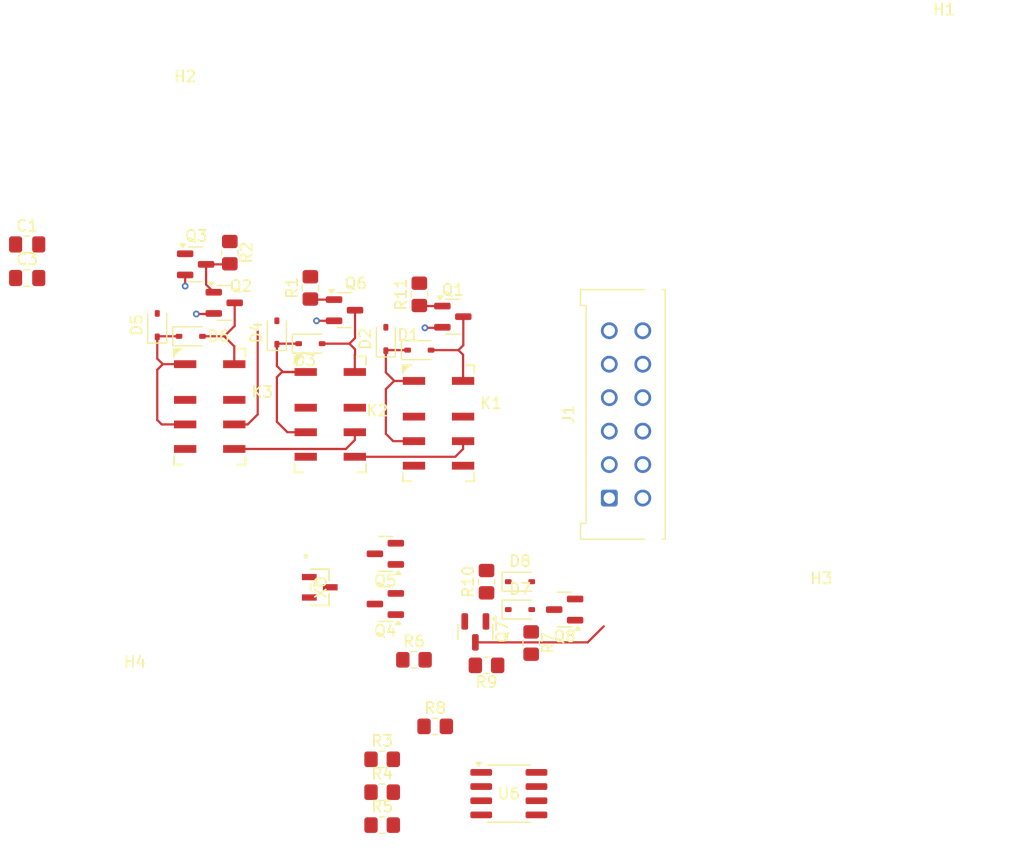
<source format=kicad_pcb>
(kicad_pcb (version 20240108) (generator "pcbnew") (generator_version "8.0")
  (layers (0 "F.Cu" signal) (31 "B.Cu" signal) (34 "B.Paste" user) (35 "F.Paste" user) (36 "B.SilkS" user "B.Silkscreen") (37 "F.SilkS" user "F.Silkscreen") (38 "B.Mask" user) (39 "F.Mask" user) (44 "Edge.Cuts" user))
  (net 0 "")
  (net 1 "Fault")
  (net 2 "GND")
  (net 3 "IMD Fault")
  (net 4 "+12V")
  (net 5 "/BMS_relay_drive")
  (net 6 "LED_clock")
  (net 7 "Net-(U6-DIS)")
  (net 8 "Net-(U6-THR)")
  (net 9 "Net-(MOSFET1-G)")
  (net 10 "Net-(D7-A)")
  (net 11 "Red_LED_Flashing")
  (net 12 "Net-(MOSFET1-D)")
  (net 13 "Green_LED_On")
  (net 14 "Net-(D5-K)")
  (net 15 "Net-(K2-Pad6)")
  (net 16 "SDC 2")
  (net 17 "/Drain_BMS")
  (net 18 "SDC 1")
  (net 19 "Net-(K1-Pad6)")
  (net 20 "/Drain_BSPD")
  (net 21 "Net-(D1-K)")
  (net 22 "Net-(D3-K)")
  (net 23 "/Drain_IMD")
  (net 24 "BSPD Fault")
  (net 25 "BMS Fault")
  (net 26 "Net-(Q4-S)")
  (net 28 "Reset")
  (footprint "Package_TO_SOT_SMD:SOT-23" (layer "F.Cu") (at 99.9375 43.05)
    (property "Reference" "Q3" (at 0.0625 -2.55 0) (layer "F.SilkS"))
    (property "Value" "DMN2056U" (hide yes))
    (fp_line (start 0 -1.56) (end -0.65 -1.56) (stroke (width 0.12)) (layer "F.SilkS"))
    (fp_line (start 0 -1.56) (end 0.65 -1.56) (stroke (width 0.12)) (layer "F.SilkS"))
    (fp_line (start 0 1.56) (end -0.65 1.56) (stroke (width 0.12)) (layer "F.SilkS"))
    (fp_line (start 0 1.56) (end 0.65 1.56) (stroke (width 0.12)) (layer "F.SilkS"))
    (fp_poly (pts (xy -1.1625 -1.51) (xy -1.4025 -1.84) (xy -0.9225 -1.84) (xy -1.1625 -1.51)) (stroke (width 0.12)) (fill solid) (layer "F.SilkS"))
    (pad "1" smd roundrect (at -0.9375 -0.95) (size 1.475 0.6) (layers "F.Cu" "F.Paste" "F.Mask") (net 25 "BMS Fault"))
    (pad "2" smd roundrect (at -0.9375 0.95) (size 1.475 0.6) (layers "F.Cu" "F.Paste" "F.Mask") (net 2 "GND"))
    (pad "3" smd roundrect (at 0.9375 0) (size 1.475 0.6) (layers "F.Cu" "F.Paste" "F.Mask") (net 5 "/BMS_relay_drive"))
  )
  (footprint "Package_TO_SOT_SMD:SOT-23" (layer "F.Cu") (at 113.280974 47.160087)
    (property "Reference" "Q6" (at 1 -2.4 0) (layer "F.SilkS"))
    (property "Value" "DMN2056U")
    (fp_line (start 0 -1.56) (end -0.65 -1.56) (stroke (width 0.12)) (layer "F.SilkS"))
    (fp_line (start 0 -1.56) (end 0.65 -1.56) (stroke (width 0.12)) (layer "F.SilkS"))
    (fp_line (start 0 1.56) (end -0.65 1.56) (stroke (width 0.12)) (layer "F.SilkS"))
    (fp_line (start 0 1.56) (end 0.65 1.56) (stroke (width 0.12)) (layer "F.SilkS"))
    (fp_poly (pts (xy -1.1625 -1.51) (xy -1.4025 -1.84) (xy -0.9225 -1.84) (xy -1.1625 -1.51)) (stroke (width 0.12)) (fill solid) (layer "F.SilkS"))
    (pad "1" smd roundrect (at -0.9375 -0.95) (size 1.475 0.6) (layers "F.Cu" "F.Paste" "F.Mask") (net 3 "IMD Fault"))
    (pad "2" smd roundrect (at -0.9375 0.95) (size 1.475 0.6) (layers "F.Cu" "F.Paste" "F.Mask") (net 2 "GND"))
    (pad "3" smd roundrect (at 0.9375 0) (size 1.475 0.6) (layers "F.Cu" "F.Paste" "F.Mask") (net 23 "/Drain_IMD"))
  )
  (footprint "Resistor_SMD:R_0805_2012Metric_Pad1.20x1.40mm_HandSolder" (layer "F.Cu") (at 103 42 90)
    (property "Reference" "R2" (at 0 1.5 90) (layer "F.SilkS"))
    (property "Value" "10k")
    (fp_line (start -0.227064 -0.735) (end 0.227064 -0.735) (stroke (width 0.12)) (layer "F.SilkS"))
    (fp_line (start -0.227064 0.735) (end 0.227064 0.735) (stroke (width 0.12)) (layer "F.SilkS"))
    (pad "1" smd roundrect (at -1 0 90) (size 1.2 1.4) (layers "F.Cu" "F.Paste" "F.Mask") (roundrect_rratio 0.208333) (net 5 "/BMS_relay_drive"))
    (pad "2" smd roundrect (at 1 0 90) (size 1.2 1.4) (layers "F.Cu" "F.Paste" "F.Mask") (roundrect_rratio 0.208333) (net 4 "+12V"))
  )
  (footprint "footprints:SOT23_DIO" (layer "F.Cu") (at 111.0602 72 -90)
    (property "Reference" "QX" (at 0 0 -90) (layer "F.SilkS"))
    (property "Value" "DMP2035U-7")
    (fp_line (start -0.302859 0.8255) (end 0.302859 0.8255) (stroke (width 0.1524)) (layer "F.SilkS"))
    (fp_line (start 1.6256 0.8255) (end 1.6256 -0.8255) (stroke (width 0.1524)) (layer "F.SilkS"))
    (fp_line (start -1.6256 -0.8255) (end -1.6256 0.8255) (stroke (width 0.1524)) (layer "F.SilkS"))
    (fp_line (start -0.61214 -0.8255) (end -1.6256 -0.8255) (stroke (width 0.1524)) (layer "F.SilkS"))
    (fp_line (start 1.6256 -0.8255) (end 0.61214 -0.8255) (stroke (width 0.1524)) (layer "F.SilkS"))
    (fp_circle (center -2.7686 1.2446) (end -2.6416 1.2446) (stroke (width 0.1524)) (fill none) (layer "F.SilkS"))
    (pad "1" smd rect (at -0.914999 0.9398 270) (size 0.5588 1.3208) (layers "F.Cu" "F.Paste" "F.Mask") (net 9 "Net-(MOSFET1-G)"))
    (pad "2" smd rect (at 0.914999 0.9398 270) (size 0.5588 1.3208) (layers "F.Cu" "F.Paste" "F.Mask") (net 4 "+12V"))
    (pad "3" smd rect (at 0 -0.9398 270) (size 0.5588 1.3208) (layers "F.Cu" "F.Paste" "F.Mask") (net 12 "Net-(MOSFET1-D)"))
  )
  (footprint "Resistor_SMD:R_0805_2012Metric_Pad1.20x1.40mm_HandSolder" (layer "F.Cu") (at 126 71.5 90)
    (property "Reference" "R10" (at 0 -1.65 90) (layer "F.SilkS"))
    (property "Value" "10k")
    (fp_line (start -0.227064 -0.735) (end 0.227064 -0.735) (stroke (width 0.12)) (layer "F.SilkS"))
    (fp_line (start -0.227064 0.735) (end 0.227064 0.735) (stroke (width 0.12)) (layer "F.SilkS"))
    (pad "1" smd roundrect (at -1 0 90) (size 1.2 1.4) (layers "F.Cu" "F.Paste" "F.Mask") (roundrect_rratio 0.208333) (net 1 "Fault"))
    (pad "2" smd roundrect (at 1 0 90) (size 1.2 1.4) (layers "F.Cu" "F.Paste" "F.Mask") (roundrect_rratio 0.208333) (net 2 "GND"))
  )
  (footprint "Resistor_SMD:R_0805_2012Metric_Pad1.20x1.40mm_HandSolder" (layer "F.Cu") (at 130 77 90)
    (property "Reference" "R7" (at 0 1.5 90) (layer "F.SilkS"))
    (property "Value" "10k")
    (fp_line (start -0.227064 -0.735) (end 0.227064 -0.735) (stroke (width 0.12)) (layer "F.SilkS"))
    (fp_line (start -0.227064 0.735) (end 0.227064 0.735) (stroke (width 0.12)) (layer "F.SilkS"))
    (pad "1" smd roundrect (at -1 0 90) (size 1.2 1.4) (layers "F.Cu" "F.Paste" "F.Mask") (roundrect_rratio 0.208333) (net 4 "+12V"))
    (pad "2" smd roundrect (at 1 0 90) (size 1.2 1.4) (layers "F.Cu" "F.Paste" "F.Mask") (roundrect_rratio 0.208333) (net 10 "Net-(D7-A)"))
  )
  (footprint "Package_TO_SOT_SMD:SOT-23" (layer "F.Cu") (at 116.9375 73.5 180)
    (property "Reference" "Q4" (at 0 -2.4 360) (layer "F.SilkS"))
    (property "Value" "DMN2056U")
    (fp_line (start 0 1.56) (end 0.65 1.56) (stroke (width 0.12)) (layer "F.SilkS"))
    (fp_line (start 0 1.56) (end -0.65 1.56) (stroke (width 0.12)) (layer "F.SilkS"))
    (fp_line (start 0 -1.56) (end 0.65 -1.56) (stroke (width 0.12)) (layer "F.SilkS"))
    (fp_line (start 0 -1.56) (end -0.65 -1.56) (stroke (width 0.12)) (layer "F.SilkS"))
    (fp_poly (pts (xy -1.1625 -1.51) (xy -1.4025 -1.84) (xy -0.9225 -1.84) (xy -1.1625 -1.51)) (stroke (width 0.12)) (fill solid) (layer "F.SilkS"))
    (pad "1" smd roundrect (at -0.9375 -0.95 180) (size 1.475 0.6) (layers "F.Cu" "F.Paste" "F.Mask") (net 1 "Fault"))
    (pad "2" smd roundrect (at -0.9375 0.95 180) (size 1.475 0.6) (layers "F.Cu" "F.Paste" "F.Mask") (net 26 "Net-(Q4-S)"))
    (pad "3" smd roundrect (at 0.9375 0 180) (size 1.475 0.6) (layers "F.Cu" "F.Paste" "F.Mask") (net 9 "Net-(MOSFET1-G)"))
  )
  (footprint "Capacitor_SMD:C_0805_2012Metric_Pad1.18x1.45mm_HandSolder" (layer "F.Cu") (at 84.845 41.265)
    (property "Reference" "C1" (at 0 -1.68 0) (layer "F.SilkS"))
    (property "Value" "1uF")
    (fp_line (start -0.261252 -0.735) (end 0.261252 -0.735) (stroke (width 0.12)) (layer "F.SilkS"))
    (fp_line (start -0.261252 0.735) (end 0.261252 0.735) (stroke (width 0.12)) (layer "F.SilkS"))
    (pad "1" smd roundrect (at -1.0375 0) (size 1.175 1.45) (layers "F.Cu" "F.Paste" "F.Mask") (roundrect_rratio 0.212766) (net 4 "+12V"))
    (pad "2" smd roundrect (at 1.0375 0) (size 1.175 1.45) (layers "F.Cu" "F.Paste" "F.Mask") (roundrect_rratio 0.212766) (net 2 "GND"))
  )
  (footprint "Package_TO_SOT_SMD:SOT-23" (layer "F.Cu") (at 133 74 180)
    (property "Reference" "Q8" (at 0 -2.4 360) (layer "F.SilkS"))
    (property "Value" "DMN2056U" (hide yes))
    (fp_line (start 0 1.56) (end 0.65 1.56) (stroke (width 0.12)) (layer "F.SilkS"))
    (fp_line (start 0 1.56) (end -0.65 1.56) (stroke (width 0.12)) (layer "F.SilkS"))
    (fp_line (start 0 -1.56) (end 0.65 -1.56) (stroke (width 0.12)) (layer "F.SilkS"))
    (fp_line (start 0 -1.56) (end -0.65 -1.56) (stroke (width 0.12)) (layer "F.SilkS"))
    (fp_poly (pts (xy -1.1625 -1.51) (xy -1.4025 -1.84) (xy -0.9225 -1.84) (xy -1.1625 -1.51)) (stroke (width 0.12)) (fill solid) (layer "F.SilkS"))
    (pad "1" smd roundrect (at -0.9375 -0.95 180) (size 1.475 0.6) (layers "F.Cu" "F.Paste" "F.Mask") (net 3 "IMD Fault"))
    (pad "2" smd roundrect (at -0.9375 0.95 180) (size 1.475 0.6) (layers "F.Cu" "F.Paste" "F.Mask") (net 2 "GND"))
    (pad "3" smd roundrect (at 0.9375 0 180) (size 1.475 0.6) (layers "F.Cu" "F.Paste" "F.Mask") (net 10 "Net-(D7-A)"))
  )
  (footprint "Resistor_SMD:R_0805_2012Metric_Pad1.20x1.40mm_HandSolder" (layer "F.Cu") (at 121.4 84.47)
    (property "Reference" "R8" (at 0 -1.65 0) (layer "F.SilkS"))
    (property "Value" "10k")
    (fp_line (start -0.227064 -0.735) (end 0.227064 -0.735) (stroke (width 0.12)) (layer "F.SilkS"))
    (fp_line (start -0.227064 0.735) (end 0.227064 0.735) (stroke (width 0.12)) (layer "F.SilkS"))
    (pad "1" smd roundrect (at -1 0) (size 1.2 1.4) (layers "F.Cu" "F.Paste" "F.Mask") (roundrect_rratio 0.208333) (net 12 "Net-(MOSFET1-D)"))
    (pad "2" smd roundrect (at 1 0) (size 1.2 1.4) (layers "F.Cu" "F.Paste" "F.Mask") (roundrect_rratio 0.208333) (net 11 "Red_LED_Flashing"))
  )
  (footprint "Relay_SMD:Relay_DPDT_AXICOM_IMSeries_JLeg" (layer "F.Cu") (at 101.2 55.8)
    (property "Reference" "K3" (at 4.7 -1.3 0) (layer "F.SilkS"))
    (property "Value" "1462043-4")
    (fp_line (start -3.2 -5.2) (end -3.2 -4.45) (stroke (width 0.15)) (layer "F.SilkS"))
    (fp_line (start -3.2 4.45) (end -3.2 5.2) (stroke (width 0.15)) (layer "F.SilkS"))
    (fp_line (start -3.2 5.2) (end -2.45 5.2) (stroke (width 0.15)) (layer "F.SilkS"))
    (fp_line (start -3.05 -5.2) (end -3.2 -5.05) (stroke (width 0.15)) (layer "F.SilkS"))
    (fp_line (start -2.9 -5.2) (end -3.2 -4.9) (stroke (width 0.15)) (layer "F.SilkS"))
    (fp_line (start -2.75 -5.2) (end -3.2 -4.75) (stroke (width 0.15)) (layer "F.SilkS"))
    (fp_line (start -2.6 -5.2) (end -3.2 -4.6) (stroke (width 0.15)) (layer "F.SilkS"))
    (fp_line (start -2.45 -5.2) (end -3.2 -5.2) (stroke (width 0.15)) (layer "F.SilkS"))
    (fp_line (start 2.45 -5.2) (end 3.2 -5.2) (stroke (width 0.15)) (layer "F.SilkS"))
    (fp_line (start 2.45 5.2) (end 3.2 5.2) (stroke (width 0.15)) (layer "F.SilkS"))
    (fp_line (start 3.2 -5.2) (end 3.2 -4.45) (stroke (width 0.15)) (layer "F.SilkS"))
    (fp_line (start 3.2 4.45) (end 3.2 5.2) (stroke (width 0.15)) (layer "F.SilkS"))
    (pad "1" smd rect (at -2.2 -3.8) (size 2 0.7) (layers "F.Cu" "F.Paste" "F.Mask") (net 14 "Net-(D5-K)"))
    (pad "2" smd rect (at -2.2 -0.6) (size 2 0.7) (layers "F.Cu" "F.Paste" "F.Mask"))
    (pad "3" smd rect (at -2.2 1.6) (size 2 0.7) (layers "F.Cu" "F.Paste" "F.Mask") (net 14 "Net-(D5-K)"))
    (pad "4" smd rect (at -2.2 3.8) (size 2 0.7) (layers "F.Cu" "F.Paste" "F.Mask") (net 4 "+12V"))
    (pad "5" smd rect (at 2.2 3.8) (size 2 0.7) (layers "F.Cu" "F.Paste" "F.Mask") (net 15 "Net-(K2-Pad6)"))
    (pad "6" smd rect (at 2.2 1.6) (size 2 0.7) (layers "F.Cu" "F.Paste" "F.Mask") (net 16 "SDC 2"))
    (pad "7" smd rect (at 2.2 -0.6) (size 2 0.7) (layers "F.Cu" "F.Paste" "F.Mask"))
    (pad "8" smd rect (at 2.2 -3.8) (size 2 0.7) (layers "F.Cu" "F.Paste" "F.Mask") (net 17 "/Drain_BMS"))
  )
  (footprint "Diode_SMD:D_SOD-323" (layer "F.Cu") (at 129 74)
    (property "Reference" "D7" (at 0 -1.85 0) (layer "F.SilkS"))
    (property "Value" "1N4148WX-TP" (hide yes))
    (fp_line (start -1.61 -0.85) (end -1.61 0.85) (stroke (width 0.12)) (layer "F.SilkS"))
    (fp_line (start -1.61 -0.85) (end 1.05 -0.85) (stroke (width 0.12)) (layer "F.SilkS"))
    (fp_line (start -1.61 0.85) (end 1.05 0.85) (stroke (width 0.12)) (layer "F.SilkS"))
    (pad "1" smd roundrect (at -1.05 0) (size 0.6 0.45) (layers "F.Cu" "F.Paste" "F.Mask") (net 1 "Fault"))
    (pad "2" smd roundrect (at 1.05 0) (size 0.6 0.45) (layers "F.Cu" "F.Paste" "F.Mask") (net 10 "Net-(D7-A)"))
  )
  (footprint "Diode_SMD:D_SOD-323" (layer "F.Cu") (at 110.218474 50.160087)
    (property "Reference" "D3" (at -0.460087 1.5 360) (layer "F.SilkS"))
    (property "Value" "1N4148WX-TP" (hide yes))
    (fp_line (start -1.61 -0.85) (end -1.61 0.85) (stroke (width 0.12)) (layer "F.SilkS"))
    (fp_line (start -1.61 -0.85) (end 1.05 -0.85) (stroke (width 0.12)) (layer "F.SilkS"))
    (fp_line (start -1.61 0.85) (end 1.05 0.85) (stroke (width 0.12)) (layer "F.SilkS"))
    (pad "1" smd roundrect (at -1.05 0) (size 0.6 0.45) (layers "F.Cu" "F.Paste" "F.Mask") (net 22 "Net-(D3-K)"))
    (pad "2" smd roundrect (at 1.05 0) (size 0.6 0.45) (layers "F.Cu" "F.Paste" "F.Mask") (net 23 "/Drain_IMD"))
  )
  (footprint "Resistor_SMD:R_0805_2012Metric_Pad1.20x1.40mm_HandSolder" (layer "F.Cu") (at 116.65 93.32)
    (property "Reference" "R5" (at 0 -1.65 0) (layer "F.SilkS"))
    (property "Value" "100")
    (fp_line (start -0.227064 -0.735) (end 0.227064 -0.735) (stroke (width 0.12)) (layer "F.SilkS"))
    (fp_line (start -0.227064 0.735) (end 0.227064 0.735) (stroke (width 0.12)) (layer "F.SilkS"))
    (pad "1" smd roundrect (at -1 0) (size 1.2 1.4) (layers "F.Cu" "F.Paste" "F.Mask") (roundrect_rratio 0.208333) (net 4 "+12V"))
    (pad "2" smd roundrect (at 1 0) (size 1.2 1.4) (layers "F.Cu" "F.Paste" "F.Mask") (roundrect_rratio 0.208333) (net 7 "Net-(U6-DIS)"))
  )
  (footprint "Package_SO:SOIC-8_3.9x4.9mm_P1.27mm" (layer "F.Cu") (at 128 90.5)
    (property "Reference" "U6" (at 0 0 0) (layer "F.SilkS"))
    (property "Value" "NE555D")
    (fp_line (start 0 -2.56) (end -1.95 -2.56) (stroke (width 0.12)) (layer "F.SilkS"))
    (fp_line (start 0 -2.56) (end 1.95 -2.56) (stroke (width 0.12)) (layer "F.SilkS"))
    (fp_line (start 0 2.56) (end -1.95 2.56) (stroke (width 0.12)) (layer "F.SilkS"))
    (fp_line (start 0 2.56) (end 1.95 2.56) (stroke (width 0.12)) (layer "F.SilkS"))
    (fp_poly (pts (xy -2.7 -2.465) (xy -2.94 -2.795) (xy -2.46 -2.795) (xy -2.7 -2.465)) (stroke (width 0.12)) (fill solid) (layer "F.SilkS"))
    (pad "1" smd roundrect (at -2.475 -1.905) (size 1.95 0.6) (layers "F.Cu" "F.Paste" "F.Mask") (net 2 "GND"))
    (pad "2" smd roundrect (at -2.475 -0.635) (size 1.95 0.6) (layers "F.Cu" "F.Paste" "F.Mask") (net 8 "Net-(U6-THR)"))
    (pad "3" smd roundrect (at -2.475 0.635) (size 1.95 0.6) (layers "F.Cu" "F.Paste" "F.Mask") (net 6 "LED_clock"))
    (pad "4" smd roundrect (at -2.475 1.905) (size 1.95 0.6) (layers "F.Cu" "F.Paste" "F.Mask") (net 4 "+12V"))
    (pad "5" smd roundrect (at 2.475 1.905) (size 1.95 0.6) (layers "F.Cu" "F.Paste" "F.Mask"))
    (pad "6" smd roundrect (at 2.475 0.635) (size 1.95 0.6) (layers "F.Cu" "F.Paste" "F.Mask") (net 8 "Net-(U6-THR)"))
    (pad "7" smd roundrect (at 2.475 -0.635) (size 1.95 0.6) (layers "F.Cu" "F.Paste" "F.Mask") (net 7 "Net-(U6-DIS)"))
    (pad "8" smd roundrect (at 2.475 -1.905) (size 1.95 0.6) (layers "F.Cu" "F.Paste" "F.Mask") (net 4 "+12V"))
  )
  (footprint "Resistor_SMD:R_0805_2012Metric_Pad1.20x1.40mm_HandSolder" (layer "F.Cu") (at 116.65 90.37)
    (property "Reference" "R4" (at 0 -1.65 0) (layer "F.SilkS"))
    (property "Value" "4.3k")
    (fp_line (start -0.227064 -0.735) (end 0.227064 -0.735) (stroke (width 0.12)) (layer "F.SilkS"))
    (fp_line (start -0.227064 0.735) (end 0.227064 0.735) (stroke (width 0.12)) (layer "F.SilkS"))
    (pad "1" smd roundrect (at -1 0) (size 1.2 1.4) (layers "F.Cu" "F.Paste" "F.Mask") (roundrect_rratio 0.208333) (net 7 "Net-(U6-DIS)"))
    (pad "2" smd roundrect (at 1 0) (size 1.2 1.4) (layers "F.Cu" "F.Paste" "F.Mask") (roundrect_rratio 0.208333) (net 8 "Net-(U6-THR)"))
  )
  (footprint "Package_TO_SOT_SMD:SOT-23" (layer "F.Cu") (at 116.9375 69 180)
    (property "Reference" "Q5" (at 0 -2.4 360) (layer "F.SilkS"))
    (property "Value" "DMN2056U")
    (fp_line (start 0 1.56) (end 0.65 1.56) (stroke (width 0.12)) (layer "F.SilkS"))
    (fp_line (start 0 1.56) (end -0.65 1.56) (stroke (width 0.12)) (layer "F.SilkS"))
    (fp_line (start 0 -1.56) (end 0.65 -1.56) (stroke (width 0.12)) (layer "F.SilkS"))
    (fp_line (start 0 -1.56) (end -0.65 -1.56) (stroke (width 0.12)) (layer "F.SilkS"))
    (fp_poly (pts (xy -1.1625 -1.51) (xy -1.4025 -1.84) (xy -0.9225 -1.84) (xy -1.1625 -1.51)) (stroke (width 0.12)) (fill solid) (layer "F.SilkS"))
    (pad "1" smd roundrect (at -0.9375 -0.95 180) (size 1.475 0.6) (layers "F.Cu" "F.Paste" "F.Mask") (net 6 "LED_clock"))
    (pad "2" smd roundrect (at -0.9375 0.95 180) (size 1.475 0.6) (layers "F.Cu" "F.Paste" "F.Mask") (net 2 "GND"))
    (pad "3" smd roundrect (at 0.9375 0 180) (size 1.475 0.6) (layers "F.Cu" "F.Paste" "F.Mask") (net 26 "Net-(Q4-S)"))
  )
  (footprint "Diode_SMD:D_SOD-323" (layer "F.Cu") (at 96.5 48.5 90)
    (property "Reference" "D5" (at 0 -1.85 90) (layer "F.SilkS"))
    (property "Value" "1N4148WX-TP" (hide yes))
    (fp_line (start -1.61 -0.85) (end 1.05 -0.85) (stroke (width 0.12)) (layer "F.SilkS"))
    (fp_line (start -1.61 -0.85) (end -1.61 0.85) (stroke (width 0.12)) (layer "F.SilkS"))
    (fp_line (start -1.61 0.85) (end 1.05 0.85) (stroke (width 0.12)) (layer "F.SilkS"))
    (pad "1" smd roundrect (at -1.05 0 90) (size 0.6 0.45) (layers "F.Cu" "F.Paste" "F.Mask") (net 14 "Net-(D5-K)"))
    (pad "2" smd roundrect (at 1.05 0 90) (size 0.6 0.45) (layers "F.Cu" "F.Paste" "F.Mask") (net 28 "Reset"))
  )
  (footprint "Resistor_SMD:R_0805_2012Metric_Pad1.20x1.40mm_HandSolder" (layer "F.Cu") (at 119.5 78.5)
    (property "Reference" "R6" (at 0 -1.65 0) (layer "F.SilkS"))
    (property "Value" "10k")
    (fp_line (start -0.227064 -0.735) (end 0.227064 -0.735) (stroke (width 0.12)) (layer "F.SilkS"))
    (fp_line (start -0.227064 0.735) (end 0.227064 0.735) (stroke (width 0.12)) (layer "F.SilkS"))
    (pad "1" smd roundrect (at -1 0) (size 1.2 1.4) (layers "F.Cu" "F.Paste" "F.Mask") (roundrect_rratio 0.208333) (net 4 "+12V"))
    (pad "2" smd roundrect (at 1 0) (size 1.2 1.4) (layers "F.Cu" "F.Paste" "F.Mask") (roundrect_rratio 0.208333) (net 9 "Net-(MOSFET1-G)"))
  )
  (footprint "Resistor_SMD:R_0805_2012Metric_Pad1.20x1.40mm_HandSolder" (layer "F.Cu") (at 110.218474 45.160087 90)
    (property "Reference" "R1" (at 0 -1.65 90) (layer "F.SilkS"))
    (property "Value" "10k")
    (fp_line (start -0.227064 -0.735) (end 0.227064 -0.735) (stroke (width 0.12)) (layer "F.SilkS"))
    (fp_line (start -0.227064 0.735) (end 0.227064 0.735) (stroke (width 0.12)) (layer "F.SilkS"))
    (pad "1" smd roundrect (at -1 0 90) (size 1.2 1.4) (layers "F.Cu" "F.Paste" "F.Mask") (roundrect_rratio 0.208333) (net 3 "IMD Fault"))
    (pad "2" smd roundrect (at 1 0 90) (size 1.2 1.4) (layers "F.Cu" "F.Paste" "F.Mask") (roundrect_rratio 0.208333) (net 4 "+12V"))
  )
  (footprint "Diode_SMD:D_SOD-323" (layer "F.Cu") (at 119.981526 50.739913)
    (property "Reference" "D1" (at -1 -1.35 360) (layer "F.SilkS"))
    (property "Value" "1N4148WX-TP" (hide yes))
    (fp_line (start -1.61 -0.85) (end -1.61 0.85) (stroke (width 0.12)) (layer "F.SilkS"))
    (fp_line (start -1.61 -0.85) (end 1.05 -0.85) (stroke (width 0.12)) (layer "F.SilkS"))
    (fp_line (start -1.61 0.85) (end 1.05 0.85) (stroke (width 0.12)) (layer "F.SilkS"))
    (pad "1" smd roundrect (at -1.05 0) (size 0.6 0.45) (layers "F.Cu" "F.Paste" "F.Mask") (net 21 "Net-(D1-K)"))
    (pad "2" smd roundrect (at 1.05 0) (size 0.6 0.45) (layers "F.Cu" "F.Paste" "F.Mask") (net 20 "/Drain_BSPD"))
  )
  (footprint "Diode_SMD:D_SOD-323" (layer "F.Cu") (at 107.218474 49.160087 90)
    (property "Reference" "D4" (at 0 -1.85 90) (layer "F.SilkS"))
    (property "Value" "1N4148WX-TP" (hide yes))
    (fp_line (start -1.61 -0.85) (end 1.05 -0.85) (stroke (width 0.12)) (layer "F.SilkS"))
    (fp_line (start -1.61 -0.85) (end -1.61 0.85) (stroke (width 0.12)) (layer "F.SilkS"))
    (fp_line (start -1.61 0.85) (end 1.05 0.85) (stroke (width 0.12)) (layer "F.SilkS"))
    (pad "1" smd roundrect (at -1.05 0 90) (size 0.6 0.45) (layers "F.Cu" "F.Paste" "F.Mask") (net 22 "Net-(D3-K)"))
    (pad "2" smd roundrect (at 1.05 0 90) (size 0.6 0.45) (layers "F.Cu" "F.Paste" "F.Mask") (net 28 "Reset"))
  )
  (footprint "MountingHole:MountingHole_4.3mm_M4" (layer "F.Cu") (at 99 31.5)
    (property "Reference" "H2" (at 0 -5.3 0) (layer "F.SilkS"))
    (property "Value" "MountingHole")
    (pad "" np_thru_hole circle (at 0 0) (size 4.3 4.3) (drill 4.3) (layers "*.Cu" "*.Mask"))
  )
  (footprint "Resistor_SMD:R_0805_2012Metric_Pad1.20x1.40mm_HandSolder" (layer "F.Cu") (at 116.65 87.42)
    (property "Reference" "R3" (at 0 -1.65 0) (layer "F.SilkS"))
    (property "Value" "10k")
    (fp_line (start -0.227064 -0.735) (end 0.227064 -0.735) (stroke (width 0.12)) (layer "F.SilkS"))
    (fp_line (start -0.227064 0.735) (end 0.227064 0.735) (stroke (width 0.12)) (layer "F.SilkS"))
    (pad "1" smd roundrect (at -1 0) (size 1.2 1.4) (layers "F.Cu" "F.Paste" "F.Mask") (roundrect_rratio 0.208333) (net 6 "LED_clock"))
    (pad "2" smd roundrect (at 1 0) (size 1.2 1.4) (layers "F.Cu" "F.Paste" "F.Mask") (roundrect_rratio 0.208333) (net 4 "+12V"))
  )
  (footprint "Diode_SMD:D_SOD-323" (layer "F.Cu") (at 116.981526 49.739913 90)
    (property "Reference" "D2" (at 0 -1.85 90) (layer "F.SilkS"))
    (property "Value" "1N4148WX-TP")
    (fp_line (start -1.61 -0.85) (end 1.05 -0.85) (stroke (width 0.12)) (layer "F.SilkS"))
    (fp_line (start -1.61 -0.85) (end -1.61 0.85) (stroke (width 0.12)) (layer "F.SilkS"))
    (fp_line (start -1.61 0.85) (end 1.05 0.85) (stroke (width 0.12)) (layer "F.SilkS"))
    (pad "1" smd roundrect (at -1.05 0 90) (size 0.6 0.45) (layers "F.Cu" "F.Paste" "F.Mask") (net 21 "Net-(D1-K)"))
    (pad "2" smd roundrect (at 1.05 0 90) (size 0.6 0.45) (layers "F.Cu" "F.Paste" "F.Mask") (net 28 "Reset"))
  )
  (footprint "MountingHole:MountingHole_4.3mm_M4" (layer "F.Cu") (at 156 76.5)
    (property "Reference" "H3" (at 0 -5.3 0) (layer "F.SilkS"))
    (property "Value" "MountingHole")
    (pad "" np_thru_hole circle (at 0 0) (size 4.3 4.3) (drill 4.3) (layers "*.Cu" "*.Mask"))
  )
  (footprint "Resistor_SMD:R_0805_2012Metric_Pad1.20x1.40mm_HandSolder" (layer "F.Cu") (at 126 79)
    (property "Reference" "R9" (at 0 1.5 0) (layer "F.SilkS"))
    (property "Value" "10k")
    (fp_line (start -0.227064 -0.735) (end 0.227064 -0.735) (stroke (width 0.12)) (layer "F.SilkS"))
    (fp_line (start -0.227064 0.735) (end 0.227064 0.735) (stroke (width 0.12)) (layer "F.SilkS"))
    (pad "1" smd roundrect (at -1 0) (size 1.2 1.4) (layers "F.Cu" "F.Paste" "F.Mask") (roundrect_rratio 0.208333) (net 13 "Green_LED_On"))
    (pad "2" smd roundrect (at 1 0) (size 1.2 1.4) (layers "F.Cu" "F.Paste" "F.Mask") (roundrect_rratio 0.208333) (net 4 "+12V"))
  )
  (footprint "Capacitor_SMD:C_0805_2012Metric_Pad1.18x1.45mm_HandSolder" (layer "F.Cu") (at 84.845 44.275)
    (property "Reference" "C3" (at 0 -1.68 0) (layer "F.SilkS"))
    (property "Value" "100uF")
    (fp_line (start -0.261252 -0.735) (end 0.261252 -0.735) (stroke (width 0.12)) (layer "F.SilkS"))
    (fp_line (start -0.261252 0.735) (end 0.261252 0.735) (stroke (width 0.12)) (layer "F.SilkS"))
    (pad "1" smd roundrect (at -1.0375 0) (size 1.175 1.45) (layers "F.Cu" "F.Paste" "F.Mask") (roundrect_rratio 0.212766) (net 8 "Net-(U6-THR)"))
    (pad "2" smd roundrect (at 1.0375 0) (size 1.175 1.45) (layers "F.Cu" "F.Paste" "F.Mask") (roundrect_rratio 0.212766) (net 2 "GND"))
  )
  (footprint "MountingHole:MountingHole_4.3mm_M4" (layer "F.Cu") (at 167 25.5)
    (property "Reference" "H1" (at 0 -5.3 0) (layer "F.SilkS"))
    (property "Value" "MountingHole")
    (pad "" np_thru_hole circle (at 0 0) (size 4.3 4.3) (drill 4.3) (layers "*.Cu" "*.Mask"))
  )
  (footprint "MountingHole:MountingHole_4.3mm_M4" (layer "F.Cu") (at 94.5 84)
    (property "Reference" "H4" (at 0 -5.3 0) (layer "F.SilkS"))
    (property "Value" "MountingHole")
    (pad "" np_thru_hole circle (at 0 0) (size 4.3 4.3) (drill 4.3) (layers "*.Cu" "*.Mask"))
  )
  (footprint "Resistor_SMD:R_0805_2012Metric_Pad1.20x1.40mm_HandSolder" (layer "F.Cu") (at 119.981526 45.739913 90)
    (property "Reference" "R11" (at 0 -1.65 90) (layer "F.SilkS"))
    (property "Value" "10k")
    (fp_line (start -0.227064 -0.735) (end 0.227064 -0.735) (stroke (width 0.12)) (layer "F.SilkS"))
    (fp_line (start -0.227064 0.735) (end 0.227064 0.735) (stroke (width 0.12)) (layer "F.SilkS"))
    (pad "1" smd roundrect (at -1 0 90) (size 1.2 1.4) (layers "F.Cu" "F.Paste" "F.Mask") (roundrect_rratio 0.208333) (net 24 "BSPD Fault"))
    (pad "2" smd roundrect (at 1 0 90) (size 1.2 1.4) (layers "F.Cu" "F.Paste" "F.Mask") (roundrect_rratio 0.208333) (net 4 "+12V"))
  )
  (footprint "Package_TO_SOT_SMD:SOT-23" (layer "F.Cu") (at 122.981526 47.739913)
    (property "Reference" "Q1" (at 0 -2.4 360) (layer "F.SilkS"))
    (property "Value" "DMN2056U" (hide yes))
    (fp_line (start 0 -1.56) (end -0.65 -1.56) (stroke (width 0.12)) (layer "F.SilkS"))
    (fp_line (start 0 -1.56) (end 0.65 -1.56) (stroke (width 0.12)) (layer "F.SilkS"))
    (fp_line (start 0 1.56) (end -0.65 1.56) (stroke (width 0.12)) (layer "F.SilkS"))
    (fp_line (start 0 1.56) (end 0.65 1.56) (stroke (width 0.12)) (layer "F.SilkS"))
    (fp_poly (pts (xy -1.1625 -1.51) (xy -1.4025 -1.84) (xy -0.9225 -1.84) (xy -1.1625 -1.51)) (stroke (width 0.12)) (fill solid) (layer "F.SilkS"))
    (pad "1" smd roundrect (at -0.9375 -0.95) (size 1.475 0.6) (layers "F.Cu" "F.Paste" "F.Mask") (net 24 "BSPD Fault"))
    (pad "2" smd roundrect (at -0.9375 0.95) (size 1.475 0.6) (layers "F.Cu" "F.Paste" "F.Mask") (net 2 "GND"))
    (pad "3" smd roundrect (at 0.9375 0) (size 1.475 0.6) (layers "F.Cu" "F.Paste" "F.Mask") (net 20 "/Drain_BSPD"))
  )
  (footprint "Diode_SMD:D_SOD-323" (layer "F.Cu") (at 129 71.5)
    (property "Reference" "D8" (at 0 -1.85 0) (layer "F.SilkS"))
    (property "Value" "1N4148WX-TP" (hide yes))
    (fp_line (start -1.61 -0.85) (end -1.61 0.85) (stroke (width 0.12)) (layer "F.SilkS"))
    (fp_line (start -1.61 -0.85) (end 1.05 -0.85) (stroke (width 0.12)) (layer "F.SilkS"))
    (fp_line (start -1.61 0.85) (end 1.05 0.85) (stroke (width 0.12)) (layer "F.SilkS"))
    (pad "1" smd roundrect (at -1.05 0) (size 0.6 0.45) (layers "F.Cu" "F.Paste" "F.Mask") (net 1 "Fault"))
    (pad "2" smd roundrect (at 1.05 0) (size 0.6 0.45) (layers "F.Cu" "F.Paste" "F.Mask") (net 25 "BMS Fault"))
  )
  (footprint "Relay_SMD:Relay_DPDT_AXICOM_IMSeries_JLeg" (layer "F.Cu") (at 112 56.5)
    (property "Reference" "K2" (at 4.218474 -0.339913 0) (layer "F.SilkS"))
    (property "Value" "1462043-4")
    (fp_line (start -3.2 -5.2) (end -3.2 -4.45) (stroke (width 0.15)) (layer "F.SilkS"))
    (fp_line (start -3.2 4.45) (end -3.2 5.2) (stroke (width 0.15)) (layer "F.SilkS"))
    (fp_line (start -3.2 5.2) (end -2.45 5.2) (stroke (width 0.15)) (layer "F.SilkS"))
    (fp_line (start -3.05 -5.2) (end -3.2 -5.05) (stroke (width 0.15)) (layer "F.SilkS"))
    (fp_line (start -2.9 -5.2) (end -3.2 -4.9) (stroke (width 0.15)) (layer "F.SilkS"))
    (fp_line (start -2.75 -5.2) (end -3.2 -4.75) (stroke (width 0.15)) (layer "F.SilkS"))
    (fp_line (start -2.6 -5.2) (end -3.2 -4.6) (stroke (width 0.15)) (layer "F.SilkS"))
    (fp_line (start -2.45 -5.2) (end -3.2 -5.2) (stroke (width 0.15)) (layer "F.SilkS"))
    (fp_line (start 2.45 -5.2) (end 3.2 -5.2) (stroke (width 0.15)) (layer "F.SilkS"))
    (fp_line (start 2.45 5.2) (end 3.2 5.2) (stroke (width 0.15)) (layer "F.SilkS"))
    (fp_line (start 3.2 -5.2) (end 3.2 -4.45) (stroke (width 0.15)) (layer "F.SilkS"))
    (fp_line (start 3.2 4.45) (end 3.2 5.2) (stroke (width 0.15)) (layer "F.SilkS"))
    (pad "1" smd rect (at -2.2 -3.8) (size 2 0.7) (layers "F.Cu" "F.Paste" "F.Mask") (net 22 "Net-(D3-K)"))
    (pad "2" smd rect (at -2.2 -0.6) (size 2 0.7) (layers "F.Cu" "F.Paste" "F.Mask"))
    (pad "3" smd rect (at -2.2 1.6) (size 2 0.7) (layers "F.Cu" "F.Paste" "F.Mask") (net 22 "Net-(D3-K)"))
    (pad "4" smd rect (at -2.2 3.8) (size 2 0.7) (layers "F.Cu" "F.Paste" "F.Mask") (net 4 "+12V"))
    (pad "5" smd rect (at 2.2 3.8) (size 2 0.7) (layers "F.Cu" "F.Paste" "F.Mask") (net 19 "Net-(K1-Pad6)"))
    (pad "6" smd rect (at 2.2 1.6) (size 2 0.7) (layers "F.Cu" "F.Paste" "F.Mask") (net 15 "Net-(K2-Pad6)"))
    (pad "7" smd rect (at 2.2 -0.6) (size 2 0.7) (layers "F.Cu" "F.Paste" "F.Mask"))
    (pad "8" smd rect (at 2.2 -3.8) (size 2 0.7) (layers "F.Cu" "F.Paste" "F.Mask") (net 23 "/Drain_IMD"))
  )
  (footprint "Package_TO_SOT_SMD:SOT-23" (layer "F.Cu") (at 125 76 -90)
    (property "Reference" "Q7" (at 0 -2.4 90) (layer "F.SilkS"))
    (property "Value" "DMN2056U")
    (fp_line (start 0 1.56) (end -0.65 1.56) (stroke (width 0.12)) (layer "F.SilkS"))
    (fp_line (start 0 1.56) (end 0.65 1.56) (stroke (width 0.12)) (layer "F.SilkS"))
    (fp_line (start 0 -1.56) (end -0.65 -1.56) (stroke (width 0.12)) (layer "F.SilkS"))
    (fp_line (start 0 -1.56) (end 0.65 -1.56) (stroke (width 0.12)) (layer "F.SilkS"))
    (fp_poly (pts (xy -1.1625 -1.51) (xy -1.4025 -1.84) (xy -0.9225 -1.84) (xy -1.1625 -1.51)) (stroke (width 0.12)) (fill solid) (layer "F.SilkS"))
    (pad "1" smd roundrect (at -0.9375 -0.95 270) (size 1.475 0.6) (layers "F.Cu" "F.Paste" "F.Mask") (net 1 "Fault"))
    (pad "2" smd roundrect (at -0.9375 0.95 270) (size 1.475 0.6) (layers "F.Cu" "F.Paste" "F.Mask") (net 2 "GND"))
    (pad "3" smd roundrect (at 0.9375 0 270) (size 1.475 0.6) (layers "F.Cu" "F.Paste" "F.Mask") (net 13 "Green_LED_On"))
  )
  (footprint "Diode_SMD:D_SOD-323" (layer "F.Cu") (at 99.5 49.5)
    (property "Reference" "D6" (at 2.5 0 0) (layer "F.SilkS"))
    (property "Value" "1N4148WX-TP" (hide yes))
    (fp_line (start -1.61 -0.85) (end -1.61 0.85) (stroke (width 0.12)) (layer "F.SilkS"))
    (fp_line (start -1.61 -0.85) (end 1.05 -0.85) (stroke (width 0.12)) (layer "F.SilkS"))
    (fp_line (start -1.61 0.85) (end 1.05 0.85) (stroke (width 0.12)) (layer "F.SilkS"))
    (pad "1" smd roundrect (at -1.05 0) (size 0.6 0.45) (layers "F.Cu" "F.Paste" "F.Mask") (net 14 "Net-(D5-K)"))
    (pad "2" smd roundrect (at 1.05 0) (size 0.6 0.45) (layers "F.Cu" "F.Paste" "F.Mask") (net 17 "/Drain_BMS"))
  )
  (footprint "Package_TO_SOT_SMD:SOT-23" (layer "F.Cu") (at 102.5 46.5)
    (property "Reference" "Q2" (at 1.5 -1.5 360) (layer "F.SilkS"))
    (property "Value" "DMN2056U" (hide yes))
    (fp_line (start 0 -1.56) (end -0.65 -1.56) (stroke (width 0.12)) (layer "F.SilkS"))
    (fp_line (start 0 -1.56) (end 0.65 -1.56) (stroke (width 0.12)) (layer "F.SilkS"))
    (fp_line (start 0 1.56) (end -0.65 1.56) (stroke (width 0.12)) (layer "F.SilkS"))
    (fp_line (start 0 1.56) (end 0.65 1.56) (stroke (width 0.12)) (layer "F.SilkS"))
    (fp_poly (pts (xy -1.1625 -1.51) (xy -1.4025 -1.84) (xy -0.9225 -1.84) (xy -1.1625 -1.51)) (stroke (width 0.12)) (fill solid) (layer "F.SilkS"))
    (pad "1" smd roundrect (at -0.9375 -0.95) (size 1.475 0.6) (layers "F.Cu" "F.Paste" "F.Mask") (net 5 "/BMS_relay_drive"))
    (pad "2" smd roundrect (at -0.9375 0.95) (size 1.475 0.6) (layers "F.Cu" "F.Paste" "F.Mask") (net 2 "GND"))
    (pad "3" smd roundrect (at 0.9375 0) (size 1.475 0.6) (layers "F.Cu" "F.Paste" "F.Mask") (net 17 "/Drain_BMS"))
  )
  (footprint "Connector_Molex:Molex_Micro-Fit_3.0_43045-1212_2x06_P3.00mm_Vertical" (layer "F.Cu") (at 137 64 90)
    (property "Reference" "J1" (at 7.5 -3.67 90) (layer "F.SilkS"))
    (property "Value" "043045-1212")
    (fp_line (start 18.685 -2.58) (end 18.685 3.17) (stroke (width 0.12)) (layer "F.SilkS"))
    (fp_line (start 17.265 -2.58) (end 18.685 -2.58) (stroke (width 0.12)) (layer "F.SilkS"))
    (fp_line (start -2.265 -2.58) (end -2.265 -2.08) (stroke (width 0.12)) (layer "F.SilkS"))
    (fp_line (start -3.685 -2.58) (end -2.265 -2.58) (stroke (width 0.12)) (layer "F.SilkS"))
    (fp_line (start 17.265 -2.08) (end 17.265 -2.58) (stroke (width 0.12)) (layer "F.SilkS"))
    (fp_line (start -2.265 -2.08) (end 17.265 -2.08) (stroke (width 0.12)) (layer "F.SilkS"))
    (fp_line (start -3.685 3.17) (end -3.685 -2.58) (stroke (width 0.12)) (layer "F.SilkS"))
    (fp_line (start -3.685 4.71) (end -3.685 5.01) (stroke (width 0.12)) (layer "F.SilkS"))
    (fp_line (start 18.685 5.01) (end 18.685 4.71) (stroke (width 0.12)) (layer "F.SilkS"))
    (fp_line (start -3.685 5.01) (end 18.685 5.01) (stroke (width 0.12)) (layer "F.SilkS"))
    (pad "" np_thru_hole circle (at -3 3.94 90) (size 1.02 1.02) (drill 1.02) (layers "*.Cu" "*.Mask"))
    (pad "" np_thru_hole circle (at 18 3.94 90) (size 1.02 1.02) (drill 1.02) (layers "*.Cu" "*.Mask"))
    (pad "1" thru_hole roundrect (at 0 0 90) (size 1.5 1.5) (drill 1.02) (layers "*.Cu" "*.Mask") (roundrect_rratio 0.166667) (net 3 "IMD Fault"))
    (pad "2" thru_hole circle (at 3 0 90) (size 1.5 1.5) (drill 1.02) (layers "*.Cu" "*.Mask") (net 2 "GND"))
    (pad "3" thru_hole circle (at 6 0 90) (size 1.5 1.5) (drill 1.02) (layers "*.Cu" "*.Mask") (net 13 "Green_LED_On"))
    (pad "4" thru_hole circle (at 9 0 90) (size 1.5 1.5) (drill 1.02) (layers "*.Cu" "*.Mask") (net 16 "SDC 2"))
    (pad "5" thru_hole circle (at 12 0 90) (size 1.5 1.5) (drill 1.02) (layers "*.Cu" "*.Mask") (net 28 "Reset"))
    (pad "6" thru_hole circle (at 15 0 90) (size 1.5 1.5) (drill 1.02) (layers "*.Cu" "*.Mask") (net 24 "BSPD Fault"))
    (pad "7" thru_hole circle (at 0 3 90) (size 1.5 1.5) (drill 1.02) (layers "*.Cu" "*.Mask") (net 4 "+12V"))
    (pad "8" thru_hole circle (at 3 3 90) (size 1.5 1.5) (drill 1.02) (layers "*.Cu" "*.Mask") (net 25 "BMS Fault"))
    (pad "9" thru_hole circle (at 6 3 90) (size 1.5 1.5) (drill 1.02) (layers "*.Cu" "*.Mask") (net 11 "Red_LED_Flashing"))
    (pad "10" thru_hole circle (at 9 3 90) (size 1.5 1.5) (drill 1.02) (layers "*.Cu" "*.Mask") (net 18 "SDC 1"))
    (pad "11" thru_hole circle (at 12 3 90) (size 1.5 1.5) (drill 1.02) (layers "*.Cu" "*.Mask"))
    (pad "12" thru_hole circle (at 15 3 90) (size 1.5 1.5) (drill 1.02) (layers "*.Cu" "*.Mask"))
  )
  (footprint "Relay_SMD:Relay_DPDT_AXICOM_IMSeries_JLeg" (layer "F.Cu") (at 121.7 57.3)
    (property "Reference" "K1" (at 4.7 -1.8 360) (layer "F.SilkS"))
    (property "Value" "1462043-4")
    (fp_line (start -3.2 -5.2) (end -3.2 -4.45) (stroke (width 0.15)) (layer "F.SilkS"))
    (fp_line (start -3.2 4.45) (end -3.2 5.2) (stroke (width 0.15)) (layer "F.SilkS"))
    (fp_line (start -3.2 5.2) (end -2.45 5.2) (stroke (width 0.15)) (layer "F.SilkS"))
    (fp_line (start -3.05 -5.2) (end -3.2 -5.05) (stroke (width 0.15)) (layer "F.SilkS"))
    (fp_line (start -2.9 -5.2) (end -3.2 -4.9) (stroke (width 0.15)) (layer "F.SilkS"))
    (fp_line (start -2.75 -5.2) (end -3.2 -4.75) (stroke (width 0.15)) (layer "F.SilkS"))
    (fp_line (start -2.6 -5.2) (end -3.2 -4.6) (stroke (width 0.15)) (layer "F.SilkS"))
    (fp_line (start -2.45 -5.2) (end -3.2 -5.2) (stroke (width 0.15)) (layer "F.SilkS"))
    (fp_line (start 2.45 -5.2) (end 3.2 -5.2) (stroke (width 0.15)) (layer "F.SilkS"))
    (fp_line (start 2.45 5.2) (end 3.2 5.2) (stroke (width 0.15)) (layer "F.SilkS"))
    (fp_line (start 3.2 -5.2) (end 3.2 -4.45) (stroke (width 0.15)) (layer "F.SilkS"))
    (fp_line (start 3.2 4.45) (end 3.2 5.2) (stroke (width 0.15)) (layer "F.SilkS"))
    (pad "1" smd rect (at -2.2 -3.8) (size 2 0.7) (layers "F.Cu" "F.Paste" "F.Mask") (net 21 "Net-(D1-K)"))
    (pad "2" smd rect (at -2.2 -0.6) (size 2 0.7) (layers "F.Cu" "F.Paste" "F.Mask"))
    (pad "3" smd rect (at -2.2 1.6) (size 2 0.7) (layers "F.Cu" "F.Paste" "F.Mask") (net 21 "Net-(D1-K)"))
    (pad "4" smd rect (at -2.2 3.8) (size 2 0.7) (layers "F.Cu" "F.Paste" "F.Mask") (net 4 "+12V"))
    (pad "5" smd rect (at 2.2 3.8) (size 2 0.7) (layers "F.Cu" "F.Paste" "F.Mask") (net 18 "SDC 1"))
    (pad "6" smd rect (at 2.2 1.6) (size 2 0.7) (layers "F.Cu" "F.Paste" "F.Mask") (net 19 "Net-(K1-Pad6)"))
    (pad "7" smd rect (at 2.2 -0.6) (size 2 0.7) (layers "F.Cu" "F.Paste" "F.Mask"))
    (pad "8" smd rect (at 2.2 -3.8) (size 2 0.7) (layers "F.Cu" "F.Paste" "F.Mask") (net 20 "/Drain_BSPD"))
  )
  (segment (start 99 45) (end 99 44) (width 0.2) (layer "F.Cu") (net 2))
  (segment (start 120.481526 48.739913) (end 121.994026 48.739913) (width 0.2) (layer "F.Cu") (net 2))
  (segment (start 121.994026 48.739913) (end 122.044026 48.689913) (width 0.2) (layer "F.Cu") (net 2))
  (segment (start 101.5125 47.5) (end 101.5625 47.45) (width 0.2) (layer "F.Cu") (net 2))
  (segment (start 110.768474 48.110087) (end 112.343474 48.110087) (width 0.2) (layer "F.Cu") (net 2))
  (segment (start 100 47.5) (end 101.5125 47.5) (width 0.2) (layer "F.Cu") (net 2))
  (via (at 99 45) (size 0.6) (drill 0.3) (layers "F.Cu" "B.Cu") (net 2))
  (via (at 120.481526 48.739913) (size 0.6) (drill 0.3) (layers "F.Cu" "B.Cu") (net 2))
  (via (at 100 47.5) (size 0.6) (drill 0.3) (layers "F.Cu" "B.Cu") (net 2))
  (via (at 110.768474 48.110087) (size 0.6) (drill 0.3) (layers "F.Cu" "B.Cu") (net 2))
  (segment (start 112.343474 46.210087) (end 110.268474 46.210087) (width 0.2) (layer "F.Cu") (net 3))
  (segment (start 110.268474 46.210087) (end 110.218474 46.160087) (width 0.2) (layer "F.Cu") (net 3))
  (segment (start 102.95 43.05) (end 103 43) (width 0.2) (layer "F.Cu") (net 5))
  (segment (start 100.875 43.05) (end 100.875 44.8625) (width 0.2) (layer "F.Cu") (net 5))
  (segment (start 100.875 43.05) (end 102.95 43.05) (width 0.2) (layer "F.Cu") (net 5))
  (segment (start 100.875 44.8625) (end 101.5625 45.55) (width 0.2) (layer "F.Cu") (net 5))
  (segment (start 125 76.9375) (end 135.0625 76.9375) (width 0.2) (layer "F.Cu") (net 13))
  (segment (start 135.0625 76.9375) (end 136.5 75.5) (width 0.2) (layer "F.Cu") (net 13))
  (segment (start 96.5 57) (end 96.9 57.4) (width 0.2) (layer "F.Cu") (net 14))
  (segment (start 98.45 49.5) (end 96.55 49.5) (width 0.2) (layer "F.Cu") (net 14))
  (segment (start 96.9 57.4) (end 99 57.4) (width 0.2) (layer "F.Cu") (net 14))
  (segment (start 96.5 51.5) (end 97 52) (width 0.2) (layer "F.Cu") (net 14))
  (segment (start 97 52) (end 96.5 52.5) (width 0.2) (layer "F.Cu") (net 14))
  (segment (start 96.5 52.5) (end 96.5 57) (width 0.2) (layer "F.Cu") (net 14))
  (segment (start 96.5 49.55) (end 96.5 51.5) (width 0.2) (layer "F.Cu") (net 14))
  (segment (start 96.55 49.5) (end 96.5 49.55) (width 0.2) (layer "F.Cu") (net 14))
  (segment (start 97 52) (end 99 52) (width 0.2) (layer "F.Cu") (net 14))
  (segment (start 113.4 59.6) (end 114.2 58.8) (width 0.2) (layer "F.Cu") (net 15))
  (segment (start 103.4 59.6) (end 113.4 59.6) (width 0.2) (layer "F.Cu") (net 15))
  (segment (start 114.2 58.8) (end 114.2 58.1) (width 0.2) (layer "F.Cu") (net 15))
  (segment (start 103.4 57.4) (end 104.6 57.4) (width 0.2) (layer "F.Cu") (net 16))
  (segment (start 105.5 56.5) (end 105.5 49) (width 0.2) (layer "F.Cu") (net 16))
  (segment (start 104.6 57.4) (end 105.5 56.5) (width 0.2) (layer "F.Cu") (net 16))
  (segment (start 103.4 50.4) (end 103.4 52) (width 0.2) (layer "F.Cu") (net 17))
  (segment (start 103.4375 48.5625) (end 103.4375 46.5) (width 0.2) (layer "F.Cu") (net 17))
  (segment (start 100.55 49.5) (end 102.5 49.5) (width 0.2) (layer "F.Cu") (net 17))
  (segment (start 102.5 49.5) (end 103.4375 48.5625) (width 0.2) (layer "F.Cu") (net 17))
  (segment (start 102.5 49.5) (end 103.4 50.4) (width 0.2) (layer "F.Cu") (net 17))
  (segment (start 123.9 59.6) (end 123.9 58.9) (width 0.2) (layer "F.Cu") (net 19))
  (segment (start 123.2 60.3) (end 123.9 59.6) (width 0.2) (layer "F.Cu") (net 19))
  (segment (start 114.2 60.3) (end 123.2 60.3) (width 0.2) (layer "F.Cu") (net 19))
  (segment (start 123.481526 50.739913) (end 123.9 51.158387) (width 0.2) (layer "F.Cu") (net 20))
  (segment (start 123.481526 50.739913) (end 123.919026 50.302413) (width 0.2) (layer "F.Cu") (net 20))
  (segment (start 123.919026 50.302413) (end 123.919026 47.739913) (width 0.2) (layer "F.Cu") (net 20))
  (segment (start 121.031526 50.739913) (end 123.481526 50.739913) (width 0.2) (layer "F.Cu") (net 20))
  (segment (start 123.9 51.158387) (end 123.9 53.5) (width 0.2) (layer "F.Cu") (net 20))
  (segment (start 116.981526 54.239913) (end 117.721439 53.5) (width 0.2) (layer "F.Cu") (net 21))
  (segment (start 117.641613 58.9) (end 116.981526 58.239913) (width 0.2) (layer "F.Cu") (net 21))
  (segment (start 119.5 58.9) (end 117.641613 58.9) (width 0.2) (layer "F.Cu") (net 21))
  (segment (start 117.031526 50.739913) (end 116.981526 50.789913) (width 0.2) (layer "F.Cu") (net 21))
  (segment (start 116.981526 58.239913) (end 116.981526 54.239913) (width 0.2) (layer "F.Cu") (net 21))
  (segment (start 116.981526 52.739913) (end 116.981526 50.789913) (width 0.2) (layer "F.Cu") (net 21))
  (segment (start 117.731526 53.489913) (end 116.981526 52.739913) (width 0.2) (layer "F.Cu") (net 21))
  (segment (start 118.931526 50.739913) (end 117.031526 50.739913) (width 0.2) (layer "F.Cu") (net 21))
  (segment (start 119.5 53.5) (end 117.721439 53.5) (width 0.2) (layer "F.Cu") (net 21))
  (segment (start 117.721439 53.5) (end 117.731526 53.489913) (width 0.2) (layer "F.Cu") (net 21))
  (segment (start 107.758387 52.7) (end 109.8 52.7) (width 0.2) (layer "F.Cu") (net 22))
  (segment (start 109.8 52.7) (end 107.678561 52.7) (width 0.2) (layer "F.Cu") (net 22))
  (segment (start 108.158387 58.1) (end 109.8 58.1) (width 0.2) (layer "F.Cu") (net 22))
  (segment (start 107.678561 52.7) (end 107.218474 53.160087) (width 0.2) (layer "F.Cu") (net 22))
  (segment (start 107.218474 52.160087) (end 107.758387 52.7) (width 0.2) (layer "F.Cu") (net 22))
  (segment (start 107.218474 57.160087) (end 108.158387 58.1) (width 0.2) (layer "F.Cu") (net 22))
  (segment (start 109.168474 50.160087) (end 107.268474 50.160087) (width 0.2) (layer "F.Cu") (net 22))
  (segment (start 107.218474 50.210087) (end 107.218474 52.160087) (width 0.2) (layer "F.Cu") (net 22))
  (segment (start 107.268474 50.160087) (end 107.218474 50.210087) (width 0.2) (layer "F.Cu") (net 22))
  (segment (start 107.218474 53.160087) (end 107.218474 57.160087) (width 0.2) (layer "F.Cu") (net 22))
  (segment (start 114.218474 51.160087) (end 114.2 51.178561) (width 0.2) (layer "F.Cu") (net 23))
  (segment (start 114.2 51.178561) (end 114.2 52.7) (width 0.2) (layer "F.Cu") (net 23))
  (segment (start 111.268474 50.160087) (end 113.718474 50.160087) (width 0.2) (layer "F.Cu") (net 23))
  (segment (start 113.718474 50.160087) (end 114.218474 50.660087) (width 0.2) (layer "F.Cu") (net 23))
  (segment (start 114.218474 49.660087) (end 114.218474 47.160087) (width 0.2) (layer "F.Cu") (net 23))
  (segment (start 113.718474 50.160087) (end 114.218474 49.660087) (width 0.2) (layer "F.Cu") (net 23))
  (segment (start 114.218474 50.660087) (end 114.218474 51.160087) (width 0.2) (layer "F.Cu") (net 23))
  (segment (start 120.481526 46.739913) (end 120.531526 46.789913) (width 0.2) (layer "F.Cu") (net 24))
  (segment (start 120.531526 46.789913) (end 122.044026 46.789913) (width 0.2) (layer "F.Cu") (net 24))
  (segment (start 119.981526 46.739913) (end 120.481526 46.739913) (width 0.2) (layer "F.Cu") (net 24))
)
</source>
